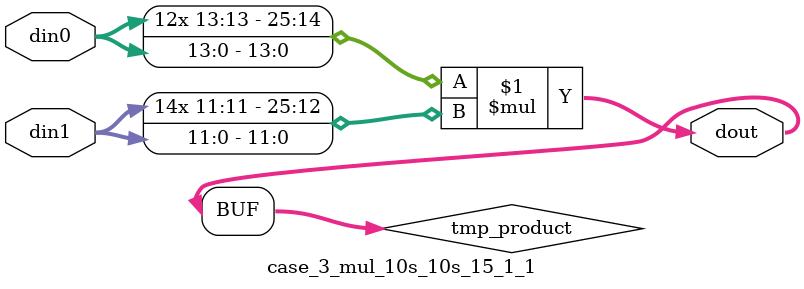
<source format=v>

`timescale 1 ns / 1 ps

 module case_3_mul_10s_10s_15_1_1(din0, din1, dout);
parameter ID = 1;
parameter NUM_STAGE = 0;
parameter din0_WIDTH = 14;
parameter din1_WIDTH = 12;
parameter dout_WIDTH = 26;

input [din0_WIDTH - 1 : 0] din0; 
input [din1_WIDTH - 1 : 0] din1; 
output [dout_WIDTH - 1 : 0] dout;

wire signed [dout_WIDTH - 1 : 0] tmp_product;



























assign tmp_product = $signed(din0) * $signed(din1);








assign dout = tmp_product;





















endmodule

</source>
